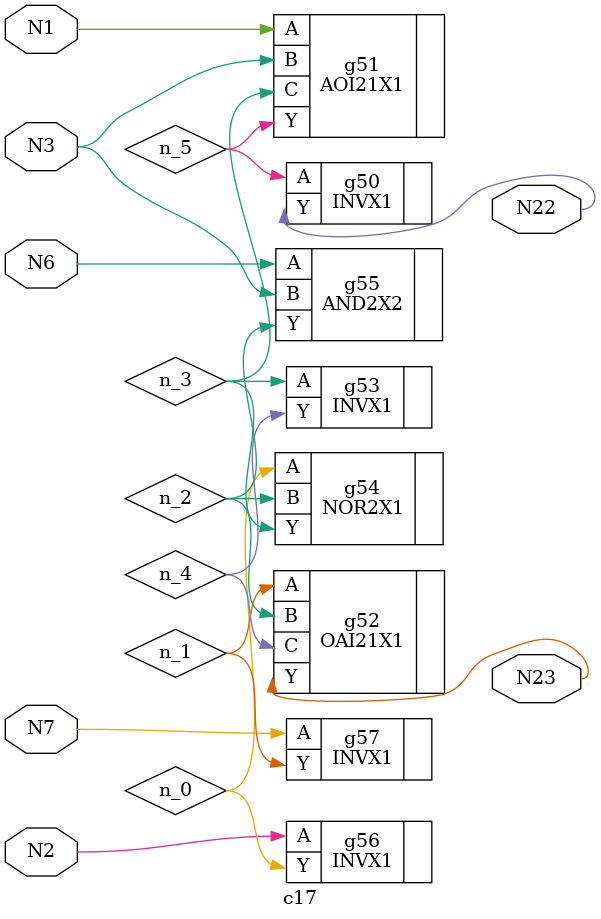
<source format=v>


// Verification Directory fv/c17 

module c17(N1, N2, N3, N6, N7, N22, N23);
  input N1, N2, N3, N6, N7;
  output N22, N23;
  wire N1, N2, N3, N6, N7;
  wire N22, N23;
  wire n_0, n_1, n_2, n_3, n_4, n_5;
  INVX1 g50(.A (n_5), .Y (N22));
  OAI21X1 g52(.A (n_1), .B (n_2), .C (n_4), .Y (N23));
  AOI21X1 g51(.A (N1), .B (N3), .C (n_3), .Y (n_5));
  INVX1 g53(.A (n_3), .Y (n_4));
  NOR2X1 g54(.A (n_0), .B (n_2), .Y (n_3));
  AND2X2 g55(.A (N6), .B (N3), .Y (n_2));
  INVX1 g57(.A (N7), .Y (n_1));
  INVX1 g56(.A (N2), .Y (n_0));
endmodule


</source>
